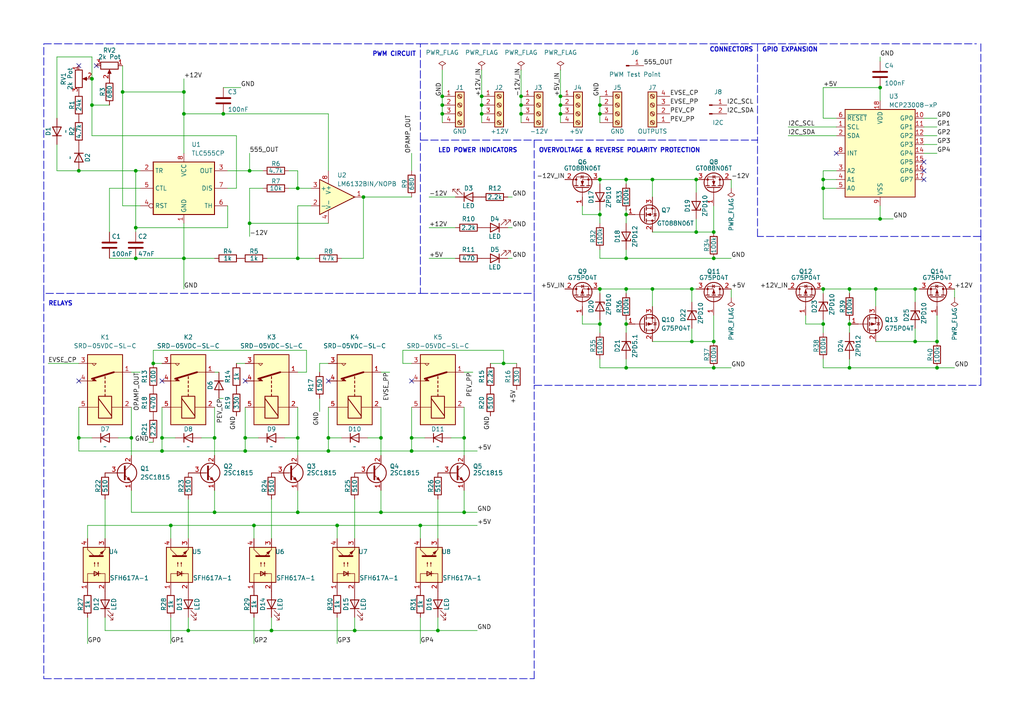
<source format=kicad_sch>
(kicad_sch (version 20230121) (generator eeschema)
  (paper "A4")
  (lib_symbols
    (symbol "Connector:Conn_01x01_Pin" (pin_names (offset 1.016) hide)
      (property "Reference" "J" (at 0 2.54 0))
      (property "Value" "Conn_01x01_Pin" (at 0 -2.54 0))
      (symbol "Conn_01x01_Pin_1_1"
        (pin passive line (at 5.08 0 180) (length 3.81) (name "Pin_1") (number "1"))
      )
    )
    (symbol "Connector:Conn_01x02_Pin" (pin_names (offset 1.016) hide)
      (property "Reference" "J" (at 0 2.54 0))
      (property "Value" "Conn_01x02_Pin" (at 0 -5.08 0))
      (symbol "Conn_01x02_Pin_1_1"
        (pin passive line (at 5.08 0 180) (length 3.81) (name "Pin_1") (number "1"))
        (pin passive line (at 5.08 -2.54 180) (length 3.81) (name "Pin_2") (number "2"))
      )
    )
    (symbol "Connector:Screw_Terminal_01x04" (pin_names (offset 1.016) hide)
      (property "Reference" "J" (at 0 5.08 0))
      (property "Value" "Screw_Terminal_01x04" (at 0 -7.62 0))
      (symbol "Screw_Terminal_01x04_1_1"
        (pin passive line (at -5.08 2.54 0) (length 3.81) (name "Pin_1") (number "1"))
        (pin passive line (at -5.08 0 0) (length 3.81) (name "Pin_2") (number "2"))
        (pin passive line (at -5.08 -2.54 0) (length 3.81) (name "Pin_3") (number "3"))
        (pin passive line (at -5.08 -5.08 0) (length 3.81) (name "Pin_4") (number "4"))
      )
    )
    (symbol "Device:C" (pin_numbers hide) (pin_names (offset 0.254))
      (property "Reference" "C" (at 0.635 2.54 0))
      (property "Value" "C" (at 0.635 -2.54 0))
      (symbol "C_1_1"
        (pin passive line (at 0 3.81 270) (length 2.794) (name "~") (number "1"))
        (pin passive line (at 0 -3.81 90) (length 2.794) (name "~") (number "2"))
      )
    )
    (symbol "Device:D" (pin_numbers hide) (pin_names (offset 1.016) hide)
      (property "Reference" "D" (at 0 2.54 0))
      (property "Value" "D" (at 0 -2.54 0))
      (symbol "D_1_1"
        (pin passive line (at -3.81 0 0) (length 2.54) (name "K") (number "1"))
        (pin passive line (at 3.81 0 180) (length 2.54) (name "A") (number "2"))
      )
    )
    (symbol "Device:D_Zener" (pin_numbers hide) (pin_names (offset 1.016) hide)
      (property "Reference" "D" (at 0 2.54 0))
      (property "Value" "D_Zener" (at 0 -2.54 0))
      (symbol "D_Zener_1_1"
        (pin passive line (at -3.81 0 0) (length 2.54) (name "K") (number "1"))
        (pin passive line (at 3.81 0 180) (length 2.54) (name "A") (number "2"))
      )
    )
    (symbol "Device:LED" (pin_numbers hide) (pin_names (offset 1.016) hide)
      (property "Reference" "D" (at 0 2.54 0))
      (property "Value" "LED" (at 0 -2.54 0))
      (symbol "LED_1_1"
        (pin passive line (at -3.81 0 0) (length 2.54) (name "K") (number "1"))
        (pin passive line (at 3.81 0 180) (length 2.54) (name "A") (number "2"))
      )
    )
    (symbol "Device:Q_NMOS_GDS" (pin_names (offset 0) hide)
      (property "Reference" "Q" (at 5.08 1.27 0))
      (property "Value" "Q_NMOS_GDS" (at 5.08 -1.27 0))
      (symbol "Q_NMOS_GDS_1_1"
        (pin input line (at -5.08 0 0) (length 2.54) (name "G") (number "1"))
        (pin passive line (at 2.54 5.08 270) (length 2.54) (name "D") (number "2"))
        (pin passive line (at 2.54 -5.08 90) (length 2.54) (name "S") (number "3"))
      )
    )
    (symbol "Device:Q_PMOS_GDS" (pin_names (offset 0) hide)
      (property "Reference" "Q" (at 5.08 1.27 0))
      (property "Value" "Q_PMOS_GDS" (at 5.08 -1.27 0))
      (symbol "Q_PMOS_GDS_1_1"
        (pin input line (at -5.08 0 0) (length 2.54) (name "G") (number "1"))
        (pin passive line (at 2.54 5.08 270) (length 2.54) (name "D") (number "2"))
        (pin passive line (at 2.54 -5.08 90) (length 2.54) (name "S") (number "3"))
      )
    )
    (symbol "Device:R" (pin_numbers hide) (pin_names (offset 0))
      (property "Reference" "R" (at 2.032 0 90))
      (property "Value" "R" (at 0 0 90))
      (symbol "R_1_1"
        (pin passive line (at 0 3.81 270) (length 1.27) (name "~") (number "1"))
        (pin passive line (at 0 -3.81 90) (length 1.27) (name "~") (number "2"))
      )
    )
    (symbol "Device:R_Potentiometer" (pin_names (offset 1.016) hide)
      (property "Reference" "RV" (at -4.445 0 90))
      (property "Value" "R_Potentiometer" (at -2.54 0 90))
      (symbol "R_Potentiometer_1_1"
        (pin passive line (at 0 3.81 270) (length 1.27) (name "1") (number "1"))
        (pin passive line (at 3.81 0 180) (length 1.27) (name "2") (number "2"))
        (pin passive line (at 0 -3.81 90) (length 1.27) (name "3") (number "3"))
      )
    )
    (symbol "Interface_Expansion:MCP23008-xP"
      (property "Reference" "U" (at -8.89 13.97 0))
      (property "Value" "MCP23008-xP" (at 8.89 13.97 0))
      (symbol "MCP23008-xP_1_1"
        (pin input line (at -12.7 7.62 0) (length 2.54) (name "SCL") (number "1"))
        (pin bidirectional line (at 12.7 10.16 180) (length 2.54) (name "GP0") (number "10"))
        (pin bidirectional line (at 12.7 7.62 180) (length 2.54) (name "GP1") (number "11"))
        (pin bidirectional line (at 12.7 5.08 180) (length 2.54) (name "GP2") (number "12"))
        (pin bidirectional line (at 12.7 2.54 180) (length 2.54) (name "GP3") (number "13"))
        (pin bidirectional line (at 12.7 0 180) (length 2.54) (name "GP4") (number "14"))
        (pin bidirectional line (at 12.7 -2.54 180) (length 2.54) (name "GP5") (number "15"))
        (pin bidirectional line (at 12.7 -5.08 180) (length 2.54) (name "GP6") (number "16"))
        (pin bidirectional line (at 12.7 -7.62 180) (length 2.54) (name "GP7") (number "17"))
        (pin power_in line (at 0 15.24 270) (length 2.54) (name "VDD") (number "18"))
        (pin bidirectional line (at -12.7 5.08 0) (length 2.54) (name "SDA") (number "2"))
        (pin input line (at -12.7 -5.08 0) (length 2.54) (name "A2") (number "3"))
        (pin input line (at -12.7 -7.62 0) (length 2.54) (name "A1") (number "4"))
        (pin input line (at -12.7 -10.16 0) (length 2.54) (name "A0") (number "5"))
        (pin input line (at -12.7 10.16 0) (length 2.54) (name "~{RESET}") (number "6"))
        (pin no_connect line (at -10.16 -2.54 0) (length 2.54) hide (name "NC") (number "7"))
        (pin output line (at -12.7 0 0) (length 2.54) (name "INT") (number "8"))
        (pin power_in line (at 0 -15.24 90) (length 2.54) (name "VSS") (number "9"))
      )
    )
    (symbol "Isolator:SFH617A-1" (pin_names (offset 1.016))
      (property "Reference" "U" (at -5.08 5.08 0))
      (property "Value" "SFH617A-1" (at 0 5.08 0))
      (symbol "SFH617A-1_1_1"
        (pin passive line (at -7.62 2.54 0) (length 2.54) (name "~") (number "1"))
        (pin passive line (at -7.62 -2.54 0) (length 2.54) (name "~") (number "2"))
        (pin passive line (at 7.62 -2.54 180) (length 2.54) (name "~") (number "3"))
        (pin passive line (at 7.62 2.54 180) (length 2.54) (name "~") (number "4"))
      )
    )
    (symbol "Relay:SANYOU_SRD_Form_C"
      (property "Reference" "K" (at 11.43 3.81 0))
      (property "Value" "SANYOU_SRD_Form_C" (at 11.43 1.27 0))
      (symbol "SANYOU_SRD_Form_C_1_1"
        (pin passive line (at 5.08 -7.62 90) (length 2.54) (name "~") (number "1"))
        (pin passive line (at -5.08 -7.62 90) (length 2.54) (name "~") (number "2"))
        (pin passive line (at 7.62 7.62 270) (length 2.54) (name "~") (number "3"))
        (pin passive line (at 2.54 7.62 270) (length 2.54) (name "~") (number "4"))
        (pin passive line (at -5.08 7.62 270) (length 2.54) (name "~") (number "5"))
      )
    )
    (symbol "Simulation_SPICE:OPAMP" (pin_names (offset 0.254))
      (property "Reference" "U2" (at 12.7 4.1909 0))
      (property "Value" "TLE2142AMJG" (at 12.7 1.6509 0))
      (symbol "OPAMP_1_1"
        (pin output line (at 7.62 0 180) (length 2.54) (name "~") (number "1"))
        (pin input line (at -7.62 -2.54 0) (length 2.54) (name "-") (number "2"))
        (pin input line (at -7.62 2.54 0) (length 2.54) (name "+") (number "3"))
        (pin power_in line (at -2.54 -7.62 90) (length 3.81) (name "V-") (number "4"))
        (pin power_in line (at -2.54 7.62 270) (length 3.81) (name "V+") (number "8"))
      )
    )
    (symbol "Timer:TLC555xP"
      (property "Reference" "U1" (at 2.1941 12.7 0))
      (property "Value" "TLC555xP" (at 2.1941 10.16 0))
      (symbol "TLC555xP_0_0"
        (pin power_in line (at 0 -10.16 90) (length 2.54) (name "GND") (number "1"))
        (pin power_in line (at 0 10.16 270) (length 2.54) (name "VCC") (number "8"))
      )
      (symbol "TLC555xP_1_1"
        (pin input line (at -12.7 5.08 0) (length 3.81) (name "TR") (number "2"))
        (pin output line (at 12.7 5.08 180) (length 3.81) (name "OUT") (number "3"))
        (pin input inverted (at -12.7 -5.08 0) (length 3.81) (name "RST") (number "4"))
        (pin input line (at -12.7 0 0) (length 3.81) (name "CTL") (number "5"))
        (pin input line (at 12.7 -5.08 180) (length 3.81) (name "TH") (number "6"))
        (pin input line (at 12.7 0 180) (length 3.81) (name "DIS") (number "7"))
      )
    )
    (symbol "Transistor_BJT:2SC1815" (pin_names (offset 0) hide)
      (property "Reference" "Q" (at 5.08 1.905 0))
      (property "Value" "2SC1815" (at 5.08 0 0))
      (symbol "2SC1815_1_1"
        (pin passive line (at 2.54 -5.08 90) (length 2.54) (name "E") (number "1"))
        (pin passive line (at 2.54 5.08 270) (length 2.54) (name "C") (number "2"))
        (pin input line (at -5.08 0 0) (length 5.08) (name "B") (number "3"))
      )
    )
    (symbol "power:PWR_FLAG" (power) (pin_numbers hide) (pin_names (offset 0) hide)
      (property "Value" "PWR_FLAG" (at 0 3.81 0))
      (symbol "PWR_FLAG_0_0"
        (pin power_out line (at 0 0 90) (length 0) (name "pwr") (number "1"))
      )
    )
  )
  (junction (at 134.62 127))
  (junction (at 73.66 152.4))
  (junction (at 71.12 130.81))
  (junction (at 46.99 127))
  (junction (at 127 182.88))
  (junction (at 181.61 62.23))
  (junction (at 173.99 33.02))
  (junction (at 181.61 74.93))
  (junction (at 53.34 26.67))
  (junction (at 86.36 54.61))
  (junction (at 139.7 33.02))
  (junction (at 53.34 74.93))
  (junction (at 246.38 106.68))
  (junction (at 201.93 67.31))
  (junction (at 110.49 148.59))
  (junction (at 62.23 127))
  (junction (at 22.86 127))
  (junction (at 39.37 49.53))
  (junction (at 238.76 52.07))
  (junction (at 86.36 127))
  (junction (at 271.78 99.06))
  (junction (at 39.37 74.93))
  (junction (at 173.99 30.48))
  (junction (at 173.99 83.82))
  (junction (at 95.25 127))
  (junction (at 35.56 26.67))
  (junction (at 265.43 99.06))
  (junction (at 173.99 93.98))
  (junction (at 271.78 106.68))
  (junction (at 162.56 30.48))
  (junction (at 119.38 127))
  (junction (at 119.38 130.81))
  (junction (at 95.25 130.81))
  (junction (at 102.87 182.88))
  (junction (at 53.34 33.02))
  (junction (at 38.1 127))
  (junction (at 128.27 33.02))
  (junction (at 62.23 148.59))
  (junction (at 151.13 27.94))
  (junction (at 207.01 106.68))
  (junction (at 201.93 52.07))
  (junction (at 128.27 30.48))
  (junction (at 181.61 83.82))
  (junction (at 39.37 66.04))
  (junction (at 181.61 52.07))
  (junction (at 181.61 106.68))
  (junction (at 105.41 57.15))
  (junction (at 238.76 54.61))
  (junction (at 146.05 105.41))
  (junction (at 173.99 62.23))
  (junction (at 151.13 33.02))
  (junction (at 162.56 33.02))
  (junction (at 139.7 30.48))
  (junction (at 238.76 83.82))
  (junction (at 44.45 105.41))
  (junction (at 246.38 93.98))
  (junction (at 265.43 83.82))
  (junction (at 173.99 52.07))
  (junction (at 86.36 148.59))
  (junction (at 162.56 27.94))
  (junction (at 121.92 152.4))
  (junction (at 200.66 83.82))
  (junction (at 110.49 127))
  (junction (at 246.38 83.82))
  (junction (at 189.23 83.82))
  (junction (at 207.01 67.31))
  (junction (at 49.53 152.4))
  (junction (at 78.74 182.88))
  (junction (at 86.36 74.93))
  (junction (at 64.77 33.02))
  (junction (at 46.99 130.81))
  (junction (at 72.39 49.53))
  (junction (at 255.27 63.5))
  (junction (at 200.66 99.06))
  (junction (at 54.61 182.88))
  (junction (at 26.67 22.86))
  (junction (at 207.01 74.93))
  (junction (at 139.7 27.94))
  (junction (at 207.01 99.06))
  (junction (at 134.62 148.59))
  (junction (at 71.12 127))
  (junction (at 181.61 93.98))
  (junction (at 128.27 27.94))
  (junction (at 151.13 30.48))
  (junction (at 254 83.82))
  (junction (at 26.67 30.48))
  (junction (at 255.27 25.4))
  (junction (at 238.76 93.98))
  (junction (at 22.86 49.53))
  (junction (at 97.79 152.4))
  (junction (at 72.39 64.77))
  (junction (at 189.23 52.07))
  (no_connect (at 22.86 110.49))
  (no_connect (at 267.97 46.99))
  (no_connect (at 27.94 19.05))
  (no_connect (at 22.86 19.05))
  (no_connect (at 119.38 110.49))
  (no_connect (at 267.97 49.53))
  (no_connect (at 46.99 110.49))
  (no_connect (at 267.97 52.07))
  (no_connect (at 71.12 110.49))
  (no_connect (at 95.25 110.49))
  (no_connect (at 242.57 44.45))
  (wire (pts (xy 68.58 39.37) (xy 26.67 39.37)))
  (wire (pts (xy 238.76 25.4) (xy 255.27 25.4)))
  (wire (pts (xy 88.9 107.95) (xy 88.9 101.6)))
  (wire (pts (xy 53.34 64.77) (xy 53.34 74.93)))
  (wire (pts (xy 173.99 53.34) (xy 173.99 52.07)))
  (wire (pts (xy 173.99 33.02) (xy 173.99 30.48)))
  (wire (pts (xy 64.77 25.4) (xy 69.85 25.4)))
  (wire (pts (xy 26.67 16.51) (xy 26.67 22.86)))
  (wire (pts (xy 16.51 49.53) (xy 22.86 49.53)))
  (wire (pts (xy 238.76 63.5) (xy 238.76 54.61)))
  (wire (pts (xy 139.7 27.94) (xy 139.7 30.48)))
  (wire (pts (xy 71.12 130.81) (xy 95.25 130.81)))
  (wire (pts (xy 44.45 105.41) (xy 46.99 105.41)))
  (wire (pts (xy 54.61 182.88) (xy 54.61 179.07)))
  (wire (pts (xy 246.38 106.68) (xy 238.76 106.68)))
  (wire (pts (xy 151.13 33.02) (xy 151.13 35.56)))
  (wire (pts (xy 254 83.82) (xy 246.38 83.82)))
  (wire (pts (xy 246.38 106.68) (xy 246.38 104.14)))
  (wire (pts (xy 49.53 152.4) (xy 49.53 156.21)))
  (wire (pts (xy 102.87 179.07) (xy 102.87 182.88)))
  (wire (pts (xy 121.92 179.07) (xy 121.92 186.69)))
  (polyline (pts (xy 121.92 40.64) (xy 219.71 40.64)) (stroke (width 0.2) (type dash)))
  (wire (pts (xy 246.38 83.82) (xy 238.76 83.82)))
  (wire (pts (xy 147.32 66.04) (xy 148.59 66.04)))
  (wire (pts (xy 39.37 49.53) (xy 39.37 66.04)))
  (polyline (pts (xy 284.48 111.76) (xy 284.48 68.58)) (stroke (width 0.2) (type dash)))
  (wire (pts (xy 134.62 127) (xy 134.62 132.08)))
  (wire (pts (xy 53.34 22.86) (xy 53.34 26.67)))
  (wire (pts (xy 267.97 41.91) (xy 271.78 41.91)))
  (wire (pts (xy 68.58 39.37) (xy 68.58 54.61)))
  (wire (pts (xy 54.61 144.78) (xy 54.61 156.21)))
  (wire (pts (xy 22.86 130.81) (xy 46.99 130.81)))
  (wire (pts (xy 271.78 106.68) (xy 276.86 106.68)))
  (wire (pts (xy 66.04 49.53) (xy 72.39 49.53)))
  (wire (pts (xy 83.82 49.53) (xy 86.36 49.53)))
  (wire (pts (xy 62.23 127) (xy 62.23 132.08)))
  (wire (pts (xy 189.23 88.9) (xy 189.23 83.82)))
  (wire (pts (xy 46.99 118.11) (xy 46.99 127)))
  (wire (pts (xy 168.91 62.23) (xy 168.91 59.69)))
  (wire (pts (xy 72.39 54.61) (xy 72.39 64.77)))
  (wire (pts (xy 95.25 127) (xy 99.06 127)))
  (wire (pts (xy 86.36 74.93) (xy 91.44 74.93)))
  (wire (pts (xy 207.01 74.93) (xy 181.61 74.93)))
  (wire (pts (xy 139.7 30.48) (xy 139.7 33.02)))
  (wire (pts (xy 242.57 49.53) (xy 238.76 49.53)))
  (wire (pts (xy 53.34 33.02) (xy 64.77 33.02)))
  (wire (pts (xy 121.92 152.4) (xy 97.79 152.4)))
  (wire (pts (xy 132.08 57.15) (xy 124.46 57.15)))
  (wire (pts (xy 95.25 105.41) (xy 92.71 105.41)))
  (wire (pts (xy 173.99 74.93) (xy 173.99 72.39)))
  (wire (pts (xy 168.91 93.98) (xy 168.91 91.44)))
  (wire (pts (xy 162.56 30.48) (xy 162.56 33.02)))
  (wire (pts (xy 201.93 63.5) (xy 201.93 67.31)))
  (wire (pts (xy 39.37 49.53) (xy 40.64 49.53)))
  (wire (pts (xy 134.62 107.95) (xy 137.16 107.95)))
  (wire (pts (xy 127 182.88) (xy 138.43 182.88)))
  (wire (pts (xy 200.66 99.06) (xy 207.01 99.06)))
  (wire (pts (xy 267.97 36.83) (xy 271.78 36.83)))
  (wire (pts (xy 146.05 101.6) (xy 146.05 105.41)))
  (polyline (pts (xy 219.71 68.58) (xy 219.71 40.64)) (stroke (width 0.2) (type dash)))
  (wire (pts (xy 86.36 74.93) (xy 86.36 59.69)))
  (wire (pts (xy 40.64 107.95) (xy 38.1 107.95)))
  (wire (pts (xy 97.79 179.07) (xy 97.79 186.69)))
  (wire (pts (xy 173.99 62.23) (xy 173.99 60.96)))
  (wire (pts (xy 16.51 34.29) (xy 16.51 16.51)))
  (polyline (pts (xy 12.7 196.85) (xy 154.94 196.85)) (stroke (width 0.2) (type dash)))
  (wire (pts (xy 189.23 83.82) (xy 181.61 83.82)))
  (wire (pts (xy 35.56 59.69) (xy 35.56 26.67)))
  (polyline (pts (xy 284.48 12.7) (xy 284.48 68.58)) (stroke (width 0.2) (type dash)))
  (wire (pts (xy 181.61 92.71) (xy 181.61 93.98)))
  (wire (pts (xy 200.66 87.63) (xy 200.66 83.82)))
  (wire (pts (xy 119.38 127) (xy 123.19 127)))
  (wire (pts (xy 102.87 144.78) (xy 102.87 156.21)))
  (wire (pts (xy 22.86 49.53) (xy 39.37 49.53)))
  (wire (pts (xy 151.13 20.32) (xy 151.13 27.94)))
  (wire (pts (xy 39.37 66.04) (xy 39.37 67.31)))
  (wire (pts (xy 228.6 36.83) (xy 242.57 36.83)))
  (wire (pts (xy 25.4 179.07) (xy 25.4 186.69)))
  (wire (pts (xy 265.43 99.06) (xy 254 99.06)))
  (wire (pts (xy 207.01 74.93) (xy 212.09 74.93)))
  (wire (pts (xy 16.51 16.51) (xy 26.67 16.51)))
  (wire (pts (xy 181.61 52.07) (xy 173.99 52.07)))
  (wire (pts (xy 181.61 53.34) (xy 181.61 52.07)))
  (wire (pts (xy 128.27 35.56) (xy 128.27 33.02)))
  (wire (pts (xy 181.61 74.93) (xy 181.61 72.39)))
  (wire (pts (xy 119.38 127) (xy 119.38 130.81)))
  (wire (pts (xy 134.62 148.59) (xy 110.49 148.59)))
  (wire (pts (xy 110.49 127) (xy 106.68 127)))
  (wire (pts (xy 25.4 156.21) (xy 25.4 152.4)))
  (wire (pts (xy 189.23 52.07) (xy 181.61 52.07)))
  (wire (pts (xy 62.23 107.95) (xy 63.5 107.95)))
  (wire (pts (xy 78.74 182.88) (xy 54.61 182.88)))
  (wire (pts (xy 38.1 142.24) (xy 38.1 148.59)))
  (wire (pts (xy 146.05 105.41) (xy 149.86 105.41)))
  (wire (pts (xy 40.64 54.61) (xy 31.75 54.61)))
  (wire (pts (xy 147.32 74.93) (xy 148.59 74.93)))
  (wire (pts (xy 207.01 106.68) (xy 181.61 106.68)))
  (wire (pts (xy 49.53 179.07) (xy 49.53 186.69)))
  (wire (pts (xy 88.9 101.6) (xy 44.45 101.6)))
  (polyline (pts (xy 12.7 85.09) (xy 12.7 196.85)) (stroke (width 0.2) (type dash)))
  (wire (pts (xy 255.27 25.4) (xy 255.27 29.21)))
  (wire (pts (xy 38.1 118.11) (xy 38.1 127)))
  (wire (pts (xy 200.66 83.82) (xy 201.93 83.82)))
  (wire (pts (xy 110.49 148.59) (xy 86.36 148.59)))
  (wire (pts (xy 40.64 59.69) (xy 35.56 59.69)))
  (wire (pts (xy 72.39 49.53) (xy 76.2 49.53)))
  (wire (pts (xy 105.41 74.93) (xy 99.06 74.93)))
  (wire (pts (xy 181.61 106.68) (xy 173.99 106.68)))
  (wire (pts (xy 181.61 106.68) (xy 181.61 104.14)))
  (wire (pts (xy 53.34 83.82) (xy 53.34 74.93)))
  (wire (pts (xy 207.01 91.44) (xy 207.01 99.06)))
  (wire (pts (xy 31.75 54.61) (xy 31.75 67.31)))
  (polyline (pts (xy 284.48 68.58) (xy 219.71 68.58)) (stroke (width 0.2) (type dash)))
  (wire (pts (xy 212.09 54.61) (xy 212.09 52.07)))
  (polyline (pts (xy 121.92 12.7) (xy 219.71 12.7)) (stroke (width 0.2) (type dash)))
  (wire (pts (xy 46.99 127) (xy 46.99 130.81)))
  (wire (pts (xy 233.68 93.98) (xy 238.76 93.98)))
  (wire (pts (xy 116.84 105.41) (xy 119.38 105.41)))
  (wire (pts (xy 265.43 95.25) (xy 265.43 99.06)))
  (wire (pts (xy 238.76 93.98) (xy 238.76 92.71)))
  (wire (pts (xy 13.97 105.41) (xy 22.86 105.41)))
  (polyline (pts (xy 121.92 85.09) (xy 154.94 85.09)) (stroke (width 0.2) (type dash)))
  (wire (pts (xy 71.12 127) (xy 71.12 130.81)))
  (wire (pts (xy 26.67 22.86) (xy 26.67 30.48)))
  (wire (pts (xy 22.86 118.11) (xy 22.86 127)))
  (wire (pts (xy 62.23 118.11) (xy 62.23 127)))
  (wire (pts (xy 110.49 107.95) (xy 113.03 107.95)))
  (wire (pts (xy 201.93 67.31) (xy 189.23 67.31)))
  (wire (pts (xy 134.62 127) (xy 134.62 118.11)))
  (wire (pts (xy 73.66 156.21) (xy 73.66 152.4)))
  (wire (pts (xy 92.71 105.41) (xy 92.71 107.95)))
  (wire (pts (xy 139.7 33.02) (xy 139.7 35.56)))
  (wire (pts (xy 95.25 127) (xy 95.25 130.81)))
  (wire (pts (xy 142.24 105.41) (xy 146.05 105.41)))
  (wire (pts (xy 86.36 127) (xy 86.36 132.08)))
  (wire (pts (xy 86.36 127) (xy 82.55 127)))
  (wire (pts (xy 97.79 152.4) (xy 73.66 152.4)))
  (wire (pts (xy 276.86 86.36) (xy 276.86 83.82)))
  (wire (pts (xy 162.56 27.94) (xy 162.56 30.48)))
  (wire (pts (xy 238.76 49.53) (xy 238.76 52.07)))
  (wire (pts (xy 151.13 30.48) (xy 151.13 33.02)))
  (wire (pts (xy 30.48 179.07) (xy 30.48 182.88)))
  (wire (pts (xy 68.58 105.41) (xy 71.12 105.41)))
  (wire (pts (xy 173.99 93.98) (xy 173.99 92.71)))
  (wire (pts (xy 130.81 127) (xy 134.62 127)))
  (wire (pts (xy 119.38 118.11) (xy 119.38 127)))
  (wire (pts (xy 181.61 74.93) (xy 173.99 74.93)))
  (wire (pts (xy 72.39 64.77) (xy 95.25 64.77)))
  (wire (pts (xy 173.99 106.68) (xy 173.99 104.14)))
  (wire (pts (xy 119.38 130.81) (xy 138.43 130.81)))
  (wire (pts (xy 168.91 62.23) (xy 173.99 62.23)))
  (wire (pts (xy 238.76 85.09) (xy 238.76 83.82)))
  (wire (pts (xy 233.68 93.98) (xy 233.68 91.44)))
  (wire (pts (xy 71.12 127) (xy 74.93 127)))
  (polyline (pts (xy 219.71 12.7) (xy 219.71 40.64)) (stroke (width 0.2) (type dash)))
  (wire (pts (xy 72.39 64.77) (xy 72.39 68.58)))
  (wire (pts (xy 124.46 66.04) (xy 132.08 66.04)))
  (wire (pts (xy 168.91 93.98) (xy 173.99 93.98)))
  (wire (pts (xy 72.39 54.61) (xy 76.2 54.61)))
  (wire (pts (xy 53.34 33.02) (xy 53.34 44.45)))
  (wire (pts (xy 62.23 127) (xy 58.42 127)))
  (wire (pts (xy 71.12 118.11) (xy 71.12 127)))
  (wire (pts (xy 116.84 105.41) (xy 116.84 101.6)))
  (wire (pts (xy 134.62 148.59) (xy 138.43 148.59)))
  (wire (pts (xy 267.97 39.37) (xy 271.78 39.37)))
  (wire (pts (xy 265.43 87.63) (xy 265.43 83.82)))
  (wire (pts (xy 265.43 83.82) (xy 254 83.82)))
  (wire (pts (xy 267.97 34.29) (xy 271.78 34.29)))
  (wire (pts (xy 255.27 17.78) (xy 255.27 16.51)))
  (wire (pts (xy 265.43 99.06) (xy 271.78 99.06)))
  (wire (pts (xy 238.76 52.07) (xy 242.57 52.07)))
  (wire (pts (xy 265.43 83.82) (xy 266.7 83.82)))
  (wire (pts (xy 246.38 93.98) (xy 246.38 96.52)))
  (wire (pts (xy 254 88.9) (xy 254 83.82)))
  (wire (pts (xy 35.56 26.67) (xy 53.34 26.67)))
  (wire (pts (xy 173.99 35.56) (xy 173.99 33.02)))
  (wire (pts (xy 26.67 39.37) (xy 26.67 30.48)))
  (wire (pts (xy 119.38 44.45) (xy 119.38 49.53)))
  (wire (pts (xy 128.27 20.32) (xy 128.27 27.94)))
  (wire (pts (xy 95.25 118.11) (xy 95.25 127)))
  (wire (pts (xy 201.93 55.88) (xy 201.93 52.07)))
  (wire (pts (xy 68.58 54.61) (xy 66.04 54.61)))
  (wire (pts (xy 238.76 96.52) (xy 238.76 93.98)))
  (wire (pts (xy 212.09 86.36) (xy 212.09 83.82)))
  (wire (pts (xy 22.86 127) (xy 22.86 130.81)))
  (wire (pts (xy 173.99 96.52) (xy 173.99 93.98)))
  (wire (pts (xy 127 179.07) (xy 127 182.88)))
  (wire (pts (xy 173.99 30.48) (xy 173.99 27.94)))
  (wire (pts (xy 43.18 128.27) (xy 44.45 128.27)))
  (wire (pts (xy 97.79 156.21) (xy 97.79 152.4)))
  (wire (pts (xy 38.1 148.59) (xy 62.23 148.59)))
  (wire (pts (xy 181.61 60.96) (xy 181.61 62.23)))
  (wire (pts (xy 26.67 30.48) (xy 31.75 30.48)))
  (wire (pts (xy 53.34 74.93) (xy 62.23 74.93)))
  (wire (pts (xy 255.27 59.69) (xy 255.27 63.5)))
  (wire (pts (xy 116.84 101.6) (xy 146.05 101.6)))
  (wire (pts (xy 105.41 57.15) (xy 119.38 57.15)))
  (polyline (pts (xy 219.71 12.7) (xy 283.21 12.7)) (stroke (width 0.2) (type dash)))
  (wire (pts (xy 31.75 74.93) (xy 39.37 74.93)))
  (wire (pts (xy 134.62 142.24) (xy 134.62 148.59)))
  (wire (pts (xy 242.57 34.29) (xy 238.76 34.29)))
  (wire (pts (xy 207.01 59.69) (xy 207.01 67.31)))
  (wire (pts (xy 181.61 83.82) (xy 173.99 83.82)))
  (wire (pts (xy 92.71 115.57) (xy 92.71 119.38)))
  (wire (pts (xy 83.82 54.61) (xy 86.36 54.61)))
  (wire (pts (xy 16.51 41.91) (xy 16.51 49.53)))
  (wire (pts (xy 73.66 152.4) (xy 49.53 152.4)))
  (wire (pts (xy 95.25 130.81) (xy 119.38 130.81)))
  (wire (pts (xy 30.48 144.78) (xy 30.48 156.21)))
  (wire (pts (xy 44.45 101.6) (xy 44.45 105.41)))
  (wire (pts (xy 25.4 152.4) (xy 49.53 152.4)))
  (polyline (pts (xy 154.94 196.85) (xy 154.94 111.76)) (stroke (width 0.2) (type dash)))
  (wire (pts (xy 201.93 67.31) (xy 207.01 67.31)))
  (wire (pts (xy 46.99 130.81) (xy 71.12 130.81)))
  (wire (pts (xy 63.5 115.57) (xy 64.77 115.57)))
  (wire (pts (xy 72.39 44.45) (xy 72.39 49.53)))
  (wire (pts (xy 121.92 152.4) (xy 138.43 152.4)))
  (wire (pts (xy 127 144.78) (xy 127 156.21)))
  (polyline (pts (xy 154.94 40.64) (xy 154.94 85.09)) (stroke (width 0.2) (type dash)))
  (wire (pts (xy 181.61 62.23) (xy 181.61 64.77)))
  (wire (pts (xy 34.29 127) (xy 38.1 127)))
  (wire (pts (xy 200.66 99.06) (xy 189.23 99.06)))
  (wire (pts (xy 147.32 57.15) (xy 148.59 57.15)))
  (wire (pts (xy 62.23 142.24) (xy 62.23 148.59)))
  (wire (pts (xy 86.36 59.69) (xy 90.17 59.69)))
  (wire (pts (xy 46.99 127) (xy 50.8 127)))
  (wire (pts (xy 78.74 144.78) (xy 78.74 156.21)))
  (wire (pts (xy 128.27 30.48) (xy 128.27 27.94)))
  (wire (pts (xy 64.77 33.02) (xy 95.25 33.02)))
  (wire (pts (xy 39.37 66.04) (xy 66.04 66.04)))
  (wire (pts (xy 35.56 19.05) (xy 35.56 26.67)))
  (wire (pts (xy 105.41 57.15) (xy 105.41 74.93)))
  (wire (pts (xy 86.36 54.61) (xy 90.17 54.61)))
  (wire (pts (xy 39.37 74.93) (xy 53.34 74.93)))
  (wire (pts (xy 271.78 91.44) (xy 271.78 99.06)))
  (wire (pts (xy 88.9 107.95) (xy 86.36 107.95)))
  (wire (pts (xy 53.34 26.67) (xy 53.34 33.02)))
  (wire (pts (xy 86.36 148.59) (xy 62.23 148.59)))
  (wire (pts (xy 200.66 95.25) (xy 200.66 99.06)))
  (wire (pts (xy 181.61 93.98) (xy 181.61 96.52)))
  (wire (pts (xy 86.36 49.53) (xy 86.36 54.61)))
  (wire (pts (xy 110.49 127) (xy 110.49 132.08)))
  (wire (pts (xy 77.47 74.93) (xy 86.36 74.93)))
  (wire (pts (xy 110.49 142.24) (xy 110.49 148.59)))
  (wire (pts (xy 242.57 54.61) (xy 238.76 54.61)))
  (wire (pts (xy 189.23 57.15) (xy 189.23 52.07)))
  (wire (pts (xy 86.36 118.11) (xy 86.36 127)))
  (wire (pts (xy 173.99 64.77) (xy 173.99 62.23)))
  (wire (pts (xy 271.78 106.68) (xy 246.38 106.68)))
  (wire (pts (xy 151.13 27.94) (xy 151.13 30.48)))
  (wire (pts (xy 267.97 44.45) (xy 271.78 44.45)))
  (wire (pts (xy 238.76 106.68) (xy 238.76 104.14)))
  (wire (pts (xy 86.36 142.24) (xy 86.36 148.59)))
  (wire (pts (xy 200.66 83.82) (xy 189.23 83.82)))
  (wire (pts (xy 181.61 85.09) (xy 181.61 83.82)))
  (wire (pts (xy 78.74 179.07) (xy 78.74 182.88)))
  (polyline (pts (xy 154.94 111.76) (xy 284.48 111.76)) (stroke (width 0.2) (type dash)))
  (wire (pts (xy 162.56 33.02) (xy 162.56 35.56)))
  (wire (pts (xy 22.86 127) (xy 26.67 127)))
  (wire (pts (xy 38.1 127) (xy 38.1 132.08)))
  (wire (pts (xy 255.27 63.5) (xy 238.76 63.5)))
  (wire (pts (xy 173.99 85.09) (xy 173.99 83.82)))
  (wire (pts (xy 102.87 182.88) (xy 78.74 182.88)))
  (wire (pts (xy 127 182.88) (xy 102.87 182.88)))
  (wire (pts (xy 110.49 118.11) (xy 110.49 127)))
  (wire (pts (xy 121.92 156.21) (xy 121.92 152.4)))
  (wire (pts (xy 255.27 63.5) (xy 259.08 63.5)))
  (wire (pts (xy 30.48 182.88) (xy 54.61 182.88)))
  (wire (pts (xy 207.01 106.68) (xy 212.09 106.68)))
  (wire (pts (xy 246.38 85.09) (xy 246.38 83.82)))
  (wire (pts (xy 201.93 52.07) (xy 189.23 52.07)))
  (wire (pts (xy 73.66 179.07) (xy 73.66 186.69)))
  (wire (pts (xy 124.46 74.93) (xy 132.08 74.93)))
  (wire (pts (xy 139.7 20.32) (xy 139.7 27.94)))
  (wire (pts (xy 228.6 39.37) (xy 242.57 39.37)))
  (wire (pts (xy 238.76 54.61) (xy 238.76 52.07)))
  (wire (pts (xy 238.76 34.29) (xy 238.76 25.4)))
  (wire (pts (xy 246.38 92.71) (xy 246.38 93.98)))
  (wire (pts (xy 66.04 59.69) (xy 66.04 66.04)))
  (wire (pts (xy 95.25 49.53) (xy 95.25 33.02)))
  (polyline (pts (xy 154.94 85.09) (xy 154.94 111.76)) (stroke (width 0.2) (type dash)))
  (wire (pts (xy 162.56 20.32) (xy 162.56 27.94)))
  (wire (pts (xy 128.27 33.02) (xy 128.27 30.48)))
  (rectangle (start 12.7 12.7) (end 121.92 85.09) (stroke (width 0.2) (type dash)))
  (text "OVERVOLTAGE & REVERSE POLARITY PROTECTION" (at 156.21 44.45 0) (effects (font (size 1.27 1.27) (thickness 0.254) bold) (justify left bottom)))
  (text "CONNECTORS" (at 205.74 15.24 0) (effects (font (size 1.27 1.27) (thickness 0.254) bold) (justify left bottom)))
  (text "LED POWER INDICATORS" (at 127 44.45 0) (effects (font (size 1.27 1.27) (thickness 0.254) bold) (justify left bottom)))
  (text "GPIO EXPANSION" (at 220.98 15.24 0) (effects (font (size 1.27 1.27) (thickness 0.254) bold) (justify left bottom)))
  (text "RELAYS" (at 13.97 88.9 0) (effects (font (size 1.27 1.27) (thickness 0.254) bold) (justify left bottom)))
  (text "PWM CIRCUIT\n" (at 107.95 16.51 0) (effects (font (size 1.27 1.27) (thickness 0.254) bold) (justify left bottom)))
  (label "GND" (at 142.24 120.65 270))
  (label "EVSE_PP" (at 194.31 30.48 0))
  (label "GND" (at 148.59 57.15 0))
  (label "+12V_IN" (at 139.7 27.94 90))
  (label "+5V" (at 138.43 130.81 0))
  (label "PEV_CP" (at 64.77 115.57 270))
  (label "GND" (at 69.85 25.4 0))
  (label "+5V" (at 212.09 83.82 0))
  (label "I2C_SDA" (at 228.6 39.37 0))
  (label "PEV_PP" (at 194.31 35.56 0))
  (label "GP4" (at 121.92 186.69 0))
  (label "GND" (at 68.58 120.65 270))
  (label "+5V" (at 124.46 74.93 0))
  (label "EVSE_PP" (at 113.03 107.95 270))
  (label "GP3" (at 271.78 41.91 0))
  (label "+12V" (at 276.86 83.82 0))
  (label "-12V_IN" (at 151.13 27.94 90))
  (label "GND" (at 148.59 66.04 0))
  (label "GP1" (at 271.78 36.83 0))
  (label "GP4" (at 271.78 44.45 0))
  (label "EVSE_CP" (at 194.31 27.94 0))
  (label "GND" (at 276.86 106.68 0))
  (label "GP0" (at 271.78 34.29 0))
  (label "OPAMP_OUT" (at 40.64 107.95 270))
  (label "PEV_PP" (at 137.16 107.95 270))
  (label "GND" (at 148.59 74.93 0))
  (label "+5V" (at 149.86 113.03 270))
  (label "+5V_IN" (at 163.83 83.82 180))
  (label "GP2" (at 73.66 186.69 0))
  (label "GND" (at 138.43 182.88 0))
  (label "GP1" (at 49.53 186.69 0))
  (label "GND" (at 212.09 106.68 0))
  (label "+12V" (at 124.46 66.04 0))
  (label "-12V" (at 124.46 57.15 0))
  (label "GND" (at 212.09 74.93 0))
  (label "I2C_SCL" (at 228.6 36.83 0))
  (label "555_OUT" (at 186.69 19.05 0))
  (label "GP2" (at 271.78 39.37 0))
  (label "+5V_IN" (at 162.56 27.94 90))
  (label "I2C_SDA" (at 210.82 33.02 0))
  (label "GND" (at 259.08 63.5 0))
  (label "PEV_CP" (at 194.31 33.02 0))
  (label "GND" (at 92.71 119.38 270))
  (label "GND" (at 138.43 148.59 0))
  (label "555_OUT" (at 72.39 44.45 0))
  (label "GND" (at 53.34 83.82 0))
  (label "-12V" (at 212.09 52.07 0))
  (label "GND" (at 255.27 16.51 0))
  (label "GND" (at 128.27 27.94 90))
  (label "OPAMP_OUT" (at 119.38 44.45 90))
  (label "-12V_IN" (at 163.83 52.07 180))
  (label "+5V" (at 238.76 25.4 0))
  (label "GND" (at 43.18 128.27 180))
  (label "EVSE_CP" (at 13.97 105.41 0))
  (label "+12V_IN" (at 228.6 83.82 180))
  (label "+5V" (at 138.43 152.4 0))
  (label "GP3" (at 97.79 186.69 0))
  (label "-12V" (at 72.39 68.58 0))
  (label "+12V" (at 53.34 22.86 0))
  (label "GND" (at 173.99 27.94 90))
  (label "GP0" (at 25.4 186.69 0))
  (label "I2C_SCL" (at 210.82 30.48 0))
  (symbol (lib_id "Device:R") (at 31.75 26.67 0) (unit 1)
    (property "Reference" "R3" (at 30.48 26.67 90) (effects (justify bottom)))
    (property "Value" "680" (at 31.75 26.67 90))
    (property "Footprint" "Resistor_THT:R_Axial_DIN0207_L6.3mm_D2.5mm_P7.62mm_Horizontal" (effects hide))
  )
  (symbol (lib_id "Device:D_Zener") (at 200.66 91.44 270) (unit 1)
    (property "Reference" "D22" (at 198.12 91.44 0))
    (property "Value" "ZPD10" (at 203.2 87.63 0) (effects (justify left)))
    (property "Footprint" "Diode_THT:D_DO-35_SOD27_P7.62mm_Horizontal" (effects hide))
  )
  (symbol (lib_id "Device:R") (at 119.38 53.34 180) (unit 1)
    (property "Reference" "R9" (at 117.348 53.34 90))
    (property "Value" "680" (at 119.38 53.34 90))
    (property "Footprint" "Resistor_THT:R_Axial_DIN0207_L6.3mm_D2.5mm_P7.62mm_Horizontal" (effects hide))
  )
  (symbol (lib_id "Device:R") (at 97.79 175.26 180) (unit 1)
    (property "Reference" "R30" (at 95.758 175.26 90))
    (property "Value" "1k" (at 97.79 175.26 90))
    (property "Footprint" "Resistor_THT:R_Axial_DIN0207_L6.3mm_D2.5mm_P7.62mm_Horizontal" (effects hide))
  )
  (symbol (lib_id "Device:R") (at 22.86 38.1 0) (unit 1)
    (property "Reference" "R2" (at 21.59 38.1 90) (effects (justify bottom)))
    (property "Value" "4.7k" (at 22.86 38.1 90))
    (property "Footprint" "Resistor_THT:R_Axial_DIN0207_L6.3mm_D2.5mm_P7.62mm_Horizontal" (effects hide))
  )
  (symbol (lib_id "Device:R") (at 95.25 74.93 90) (unit 1)
    (property "Reference" "R8" (at 95.25 72.898 90))
    (property "Value" "47k" (at 95.25 74.93 90))
    (property "Footprint" "Resistor_THT:R_Axial_DIN0207_L6.3mm_D2.5mm_P7.62mm_Horizontal" (effects hide))
  )
  (symbol (lib_id "Device:R") (at 127 140.97 180) (unit 1)
    (property "Reference" "R26" (at 124.968 140.97 90))
    (property "Value" "510" (at 127 140.97 90))
    (property "Footprint" "Resistor_THT:R_Axial_DIN0207_L6.3mm_D2.5mm_P7.62mm_Horizontal" (effects hide))
  )
  (symbol (lib_id "Device:R") (at 80.01 49.53 90) (unit 1)
    (property "Reference" "R6" (at 80.01 47.498 90))
    (property "Value" "4.7k" (at 80.01 49.53 90))
    (property "Footprint" "Resistor_THT:R_Axial_DIN0207_L6.3mm_D2.5mm_P7.62mm_Horizontal" (effects hide))
  )
  (symbol (lib_id "Isolator:SFH617A-1") (at 52.07 163.83 90) (unit 1)
    (property "Reference" "U5" (at 58.42 160.02 90) (effects (justify left)))
    (property "Value" "SFH617A-1" (at 67.31 167.64 90) (effects (justify left)))
    (property "Footprint" "Package_DIP:DIP-4_W7.62mm" (effects hide))
    (property "Datasheet" "http://www.vishay.com/docs/83740/sfh617a.pdf" (effects hide))
  )
  (symbol (lib_id "Device:LED") (at 143.51 74.93 180) (unit 1)
    (property "Reference" "D5" (at 143.51 72.39 0))
    (property "Value" "LED" (at 143.51 77.47 0))
    (property "Footprint" "LED_THT:LED_D1.8mm_W3.3mm_H2.4mm" (effects hide))
  )
  (symbol (lib_id "Device:R") (at 246.38 88.9 0) (unit 1)
    (property "Reference" "R39" (at 245.11 88.9 90) (effects (justify bottom)))
    (property "Value" "100k" (at 246.38 88.9 90))
    (property "Footprint" "Resistor_THT:R_Axial_DIN0207_L6.3mm_D2.5mm_P7.62mm_Horizontal" (effects hide))
  )
  (symbol (lib_id "Device:LED") (at 135.89 57.15 0) (mirror x) (unit 1)
    (property "Reference" "D3" (at 135.89 54.61 0))
    (property "Value" "LED" (at 135.89 59.69 0))
    (property "Footprint" "LED_THT:LED_D1.8mm_W3.3mm_H2.4mm" (effects hide))
  )
  (symbol (lib_id "Interface_Expansion:MCP23008-xP") (at 255.27 44.45 0) (unit 1)
    (property "Reference" "U3" (at 257.81 27.94 0) (effects (justify left)))
    (property "Value" "MCP23008-xP" (at 257.81 30.48 0) (effects (justify left)))
    (property "Footprint" "Package_DIP:DIP-18_W7.62mm" (effects hide))
    (property "Datasheet" "http://ww1.microchip.com/downloads/en/DeviceDoc/MCP23008-MCP23S08-Data-Sheet-20001919F.pdf" (effects hide))
  )
  (symbol (lib_id "Device:C") (at 39.37 71.12 0) (unit 1)
    (property "Reference" "C2" (at 40.005 68.58 0) (effects (justify left)))
    (property "Value" "47nF" (at 40.005 73.66 0) (effects (justify left)))
    (property "Footprint" "Capacitor_THT:C_Disc_D7.5mm_W5.0mm_P5.00mm" (effects hide))
  )
  (symbol (lib_id "Device:C") (at 64.77 29.21 0) (unit 1)
    (property "Reference" "C3" (at 66.04 26.67 0) (effects (justify left)))
    (property "Value" "100nF" (at 66.04 31.75 0) (effects (justify left)))
    (property "Footprint" "Capacitor_THT:C_Disc_D7.5mm_W5.0mm_P5.00mm" (effects hide))
  )
  (symbol (lib_id "Device:LED") (at 54.61 175.26 90) (unit 1)
    (property "Reference" "D13" (at 52.07 175.26 0))
    (property "Value" "LED" (at 57.15 175.26 0))
    (property "Footprint" "LED_THT:LED_D1.8mm_W3.3mm_H2.4mm" (effects hide))
  )
  (symbol (lib_id "Device:R") (at 271.78 102.87 0) (unit 1)
    (property "Reference" "R40" (at 270.51 102.87 90) (effects (justify bottom)))
    (property "Value" "100k" (at 271.78 102.87 90))
    (property "Footprint" "Resistor_THT:R_Axial_DIN0207_L6.3mm_D2.5mm_P7.62mm_Horizontal" (effects hide))
  )
  (symbol (lib_id "Device:R") (at 44.45 116.84 0) (unit 1)
    (property "Reference" "R18" (at 41.91 116.84 90))
    (property "Value" "470" (at 44.45 116.84 90))
    (property "Footprint" "Resistor_THT:R_Axial_DIN0207_L6.3mm_D2.5mm_P7.62mm_Horizontal" (effects hide))
  )
  (symbol (lib_id "Device:D_Zener") (at 181.61 68.58 270) (mirror x) (unit 1)
    (property "Reference" "D18" (at 179.07 68.58 0))
    (property "Value" "ZPD12" (at 184.15 68.58 0))
    (property "Footprint" "Diode_THT:D_DO-35_SOD27_P7.62mm_Horizontal" (effects hide))
  )
  (symbol (lib_id "Device:LED") (at 127 175.26 90) (unit 1)
    (property "Reference" "D16" (at 124.46 175.26 0))
    (property "Value" "LED" (at 129.54 175.26 0))
    (property "Footprint" "LED_THT:LED_D1.8mm_W3.3mm_H2.4mm" (effects hide))
  )
  (symbol (lib_id "Connector:Screw_Terminal_01x04") (at 156.21 30.48 0) (unit 1)
    (property "Reference" "J3" (at 154.94 25.4 0) (effects (justify left)))
    (property "Value" "-12V" (at 153.67 38.1 0) (effects (justify left)))
    (property "Footprint" "TerminalBlock_Phoenix:TerminalBlock_Phoenix_MKDS-1,5-4_1x04_P5.00mm_Horizontal" (effects hide))
  )
  (symbol (lib_id "Relay:SANYOU_SRD_Form_C") (at 127 113.03 90) (unit 1)
    (property "Reference" "K5" (at 127 97.79 90))
    (property "Value" "SRD-05VDC-SL-C" (at 127 100.33 90))
    (property "Footprint" "Relay_THT:Relay_SPDT_SANYOU_SRD_Series_Form_C" (effects hide))
    (property "Datasheet" "http://www.sanyourelay.ca/public/products/pdf/SRD.pdf" (effects hide))
  )
  (symbol (lib_id "Device:Q_NMOS_GDS") (at 186.69 62.23 0) (mirror x) (unit 1)
    (property "Reference" "Q7" (at 191.77 60.96 0) (effects (justify left)))
    (property "Value" "GT088N06T" (at 190.5 64.77 0) (effects (justify left)))
    (property "Footprint" "Package_TO_SOT_THT:TO-220-3_Vertical" (effects hide))
  )
  (symbol (lib_id "Device:Q_NMOS_GDS") (at 168.91 54.61 90) (unit 1)
    (property "Reference" "Q6" (at 168.91 46.99 90))
    (property "Value" "GT088N06T" (at 168.91 49.53 90) (effects (justify top)))
    (property "Footprint" "Package_TO_SOT_THT:TO-220-3_Vertical" (effects hide))
  )
  (symbol (lib_id "Connector:Screw_Terminal_01x04") (at 167.64 30.48 0) (unit 1)
    (property "Reference" "J4" (at 166.37 25.4 0) (effects (justify left)))
    (property "Value" "+5V" (at 165.1 38.1 0) (effects (justify left)))
    (property "Footprint" "TerminalBlock_Phoenix:TerminalBlock_Phoenix_MKDS-1,5-4_1x04_P5.00mm_Horizontal" (effects hide))
  )
  (symbol (lib_id "Relay:SANYOU_SRD_Form_C") (at 78.74 113.03 90) (unit 1)
    (property "Reference" "K3" (at 78.74 97.79 90))
    (property "Value" "SRD-05VDC-SL-C" (at 78.74 100.33 90))
    (property "Footprint" "Relay_THT:Relay_SPDT_SANYOU_SRD_Series_Form_C" (effects hide))
    (property "Datasheet" "http://www.sanyourelay.ca/public/products/pdf/SRD.pdf" (effects hide))
  )
  (symbol (lib_id "Device:R_Potentiometer") (at 22.86 22.86 0) (unit 1)
    (property "Reference" "RV1" (at 18.415 22.86 90))
    (property "Value" "2k Pot" (at 20.32 22.86 90))
    (property "Footprint" "Potentiometer_THT:Potentiometer_Bourns_3386F_Vertical" (effects hide))
  )
  (symbol (lib_id "Device:R") (at 44.45 109.22 0) (unit 1)
    (property "Reference" "R13" (at 41.91 109.22 90))
    (property "Value" "100" (at 44.45 109.22 90))
    (property "Footprint" "Resistor_THT:R_Axial_DIN0207_L6.3mm_D2.5mm_P7.62mm_Horizontal" (effects hide))
  )
  (symbol (lib_id "Device:R") (at 181.61 57.15 0) (unit 1)
    (property "Reference" "R33" (at 180.34 57.15 90) (effects (justify bottom)))
    (property "Value" "100k" (at 181.61 57.15 90))
    (property "Footprint" "Resistor_THT:R_Axial_DIN0207_L6.3mm_D2.5mm_P7.62mm_Horizontal" (effects hide))
  )
  (symbol (lib_id "Device:C") (at 255.27 21.59 0) (unit 1)
    (property "Reference" "C4" (at 256.54 19.05 0) (effects (justify left)))
    (property "Value" "100nF" (at 256.54 24.13 0) (effects (justify left)))
    (property "Footprint" "Capacitor_THT:C_Disc_D7.5mm_W5.0mm_P5.00mm" (effects hide))
  )
  (symbol (lib_id "Connector:Screw_Terminal_01x04") (at 133.35 30.48 0) (unit 1)
    (property "Reference" "J1" (at 133.35 25.4 0))
    (property "Value" "GND" (at 133.35 38.1 0))
    (property "Footprint" "TerminalBlock_Phoenix:TerminalBlock_Phoenix_MKDS-1,5-4_1x04_P5.00mm_Horizontal" (effects hide))
  )
  (symbol (lib_id "Device:Q_PMOS_GDS") (at 251.46 93.98 0) (mirror x) (unit 1)
    (property "Reference" "Q13" (at 256.54 92.71 0) (effects (justify left)))
    (property "Value" "G75P04T" (at 256.54 95.25 0) (effects (justify left)))
    (property "Footprint" "Package_TO_SOT_THT:TO-220-3_Vertical" (effects hide))
  )
  (symbol (lib_id "Device:D") (at 16.51 38.1 90) (unit 1)
    (property "Reference" "D1" (at 13.97 38.1 0))
    (property "Value" "~" (at 19.05 38.1 0))
    (property "Footprint" "Diode_THT:D_DO-41_SOD81_P7.62mm_Horizontal" (effects hide))
    (property "Sim.Device" "D" (effects hide))
    (property "Sim.Pins" "1=K 2=A" (effects hide))
  )
  (symbol (lib_id "Device:R") (at 68.58 109.22 0) (unit 1)
    (property "Reference" "R14" (at 66.04 109.22 90))
    (property "Value" "1k" (at 68.58 109.22 90))
    (property "Footprint" "Resistor_THT:R_Axial_DIN0207_L6.3mm_D2.5mm_P7.62mm_Horizontal" (effects hide))
  )
  (symbol (lib_id "Device:R") (at 80.01 54.61 90) (unit 1)
    (property "Reference" "R7" (at 80.01 52.578 90))
    (property "Value" "10k" (at 80.01 54.61 90))
    (property "Footprint" "Resistor_THT:R_Axial_DIN0207_L6.3mm_D2.5mm_P7.62mm_Horizontal" (effects hide))
  )
  (symbol (lib_id "Device:Q_NMOS_GDS") (at 207.01 54.61 270) (mirror x) (unit 1)
    (property "Reference" "Q8" (at 207.01 46.99 90))
    (property "Value" "GT088N06T" (at 207.01 49.53 90) (effects (justify top)))
    (property "Footprint" "Package_TO_SOT_THT:TO-220-3_Vertical" (effects hide))
  )
  (symbol (lib_id "Device:Q_PMOS_GDS") (at 186.69 93.98 0) (mirror x) (unit 1)
    (property "Reference" "Q10" (at 191.77 92.71 0) (effects (justify left)))
    (property "Value" "G75P04T" (at 191.77 95.25 0) (effects (justify left)))
    (property "Footprint" "Package_TO_SOT_THT:TO-220-3_Vertical" (effects hide))
  )
  (symbol (lib_id "Connector:Screw_Terminal_01x04") (at 144.78 30.48 0) (unit 1)
    (property "Reference" "J2" (at 143.51 25.4 0) (effects (justify left)))
    (property "Value" "+12V" (at 142.24 38.1 0) (effects (justify left)))
    (property "Footprint" "TerminalBlock_Phoenix:TerminalBlock_Phoenix_MKDS-1,5-4_1x04_P5.00mm_Horizontal" (effects hide))
  )
  (symbol (lib_id "Relay:SANYOU_SRD_Form_C") (at 54.61 113.03 90) (unit 1)
    (property "Reference" "K2" (at 54.61 97.79 90))
    (property "Value" "SRD-05VDC-SL-C" (at 54.61 100.33 90))
    (property "Footprint" "Relay_THT:Relay_SPDT_SANYOU_SRD_Series_Form_C" (effects hide))
    (property "Datasheet" "http://www.sanyourelay.ca/public/products/pdf/SRD.pdf" (effects hide))
  )
  (symbol (lib_id "Transistor_BJT:2SC1815") (at 132.08 137.16 0) (unit 1)
    (property "Reference" "Q5" (at 137.16 135.255 0) (effects (justify left)))
    (property "Value" "2SC1815" (at 137.16 137.16 0) (effects (justify left)))
    (property "Footprint" "Package_TO_SOT_THT:TO-92_Inline" (effects hide))
    (property "Datasheet" "https://media.digikey.com/pdf/Data%20Sheets/Toshiba%20PDFs/2SC1815.pdf" (effects hide))
  )
  (symbol (lib_id "Device:R") (at 44.45 124.46 0) (unit 1)
    (property "Reference" "R21" (at 41.91 124.46 90))
    (property "Value" "2.2k" (at 44.45 124.46 90))
    (property "Footprint" "Resistor_THT:R_Axial_DIN0207_L6.3mm_D2.5mm_P7.62mm_Horizontal" (effects hide))
  )
  (symbol (lib_id "Connector:Screw_Terminal_01x04") (at 179.07 30.48 0) (unit 1)
    (property "Reference" "J5" (at 179.07 25.4 0))
    (property "Value" "GND" (at 179.07 38.1 0))
    (property "Footprint" "TerminalBlock_Phoenix:TerminalBlock_Phoenix_MKDS-1,5-4_1x04_P5.00mm_Horizontal" (effects hide))
  )
  (symbol (lib_id "Device:D") (at 54.61 127 0) (unit 1)
    (property "Reference" "D8" (at 54.61 124.46 0))
    (property "Value" "~" (at 54.61 129.54 0))
    (property "Footprint" "Diode_THT:D_DO-41_SOD81_P7.62mm_Horizontal" (effects hide))
    (property "Sim.Device" "D" (effects hide))
    (property "Sim.Pins" "1=K 2=A" (effects hide))
  )
  (symbol (lib_id "Device:D") (at 127 127 0) (unit 1)
    (property "Reference" "D11" (at 127 124.46 0))
    (property "Value" "~" (at 127 129.54 0))
    (property "Footprint" "Diode_THT:D_DO-41_SOD81_P7.62mm_Horizontal" (effects hide))
    (property "Sim.Device" "D" (effects hide))
    (property "Sim.Pins" "1=K 2=A" (effects hide))
  )
  (symbol (lib_id "Device:R") (at 142.24 116.84 0) (unit 1)
    (property "Reference" "R20" (at 139.7 116.84 90))
    (property "Value" "510" (at 142.24 116.84 90))
    (property "Footprint" "Resistor_THT:R_Axial_DIN0207_L6.3mm_D2.5mm_P7.62mm_Horizontal" (effects hide))
  )
  (symbol (lib_id "Device:LED") (at 78.74 175.26 90) (unit 1)
    (property "Reference" "D14" (at 76.2 175.26 0))
    (property "Value" "LED" (at 81.28 175.26 0))
    (property "Footprint" "LED_THT:LED_D1.8mm_W3.3mm_H2.4mm" (effects hide))
  )
  (symbol (lib_id "power:PWR_FLAG") (at 212.09 86.36 180) (unit 1)
    (property "Reference" "#FLG06" (effects hide))
    (property "Value" "PWR_FLAG" (at 212.09 93.98 90))
  )
  (symbol (lib_id "Transistor_BJT:2SC1815") (at 83.82 137.16 0) (unit 1)
    (property "Reference" "Q3" (at 88.9 135.255 0) (effects (justify left)))
    (property "Value" "2SC1815" (at 88.9 137.16 0) (effects (justify left)))
    (property "Footprint" "Package_TO_SOT_THT:TO-92_Inline" (effects hide))
    (property "Datasheet" "https://media.digikey.com/pdf/Data%20Sheets/Toshiba%20PDFs/2SC1815.pdf" (effects hide))
  )
  (symbol (lib_id "Device:D_Zener") (at 265.43 91.44 270) (unit 1)
    (property "Reference" "D25" (at 262.89 91.44 0))
    (property "Value" "ZPD10" (at 267.97 87.63 0) (effects (justify left)))
    (property "Footprint" "Diode_THT:D_DO-35_SOD27_P7.62mm_Horizontal" (effects hide))
  )
  (symbol (lib_id "Device:R") (at 135.89 74.93 90) (unit 1)
    (property "Reference" "R11" (at 135.89 72.39 90))
    (property "Value" "470" (at 135.89 74.93 90))
    (property "Footprint" "Resistor_THT:R_Axial_DIN0207_L6.3mm_D2.5mm_P7.62mm_Horizontal" (effects hide))
  )
  (symbol (lib_id "power:PWR_FLAG") (at 212.09 54.61 180) (unit 1)
    (property "Reference" "#FLG05" (effects hide))
    (property "Value" "PWR_FLAG" (at 212.09 62.23 90))
  )
  (symbol (lib_id "Device:R") (at 73.66 175.26 180) (unit 1)
    (property "Reference" "R29" (at 71.628 175.26 90))
    (property "Value" "1k" (at 73.66 175.26 90))
    (property "Footprint" "Resistor_THT:R_Axial_DIN0207_L6.3mm_D2.5mm_P7.62mm_Horizontal" (effects hide))
  )
  (symbol (lib_id "power:PWR_FLAG") (at 276.86 86.36 180) (unit 1)
    (property "Reference" "#FLG07" (effects hide))
    (property "Value" "PWR_FLAG" (at 276.86 93.98 90))
  )
  (symbol (lib_id "Device:R") (at 142.24 109.22 0) (unit 1)
    (property "Reference" "R15" (at 139.7 109.22 90))
    (property "Value" "2.2k" (at 142.24 109.22 90))
    (property "Footprint" "Resistor_THT:R_Axial_DIN0207_L6.3mm_D2.5mm_P7.62mm_Horizontal" (effects hide))
  )
  (symbol (lib_id "Device:LED") (at 30.48 175.26 90) (unit 1)
    (property "Reference" "D12" (at 27.94 175.26 0))
    (property "Value" "LED" (at 33.02 175.26 0))
    (property "Footprint" "LED_THT:LED_D1.8mm_W3.3mm_H2.4mm" (effects hide))
  )
  (symbol (lib_id "Device:R") (at 78.74 140.97 180) (unit 1)
    (property "Reference" "R24" (at 76.708 140.97 90))
    (property "Value" "510" (at 78.74 140.97 90))
    (property "Footprint" "Resistor_THT:R_Axial_DIN0207_L6.3mm_D2.5mm_P7.62mm_Horizontal" (effects hide))
  )
  (symbol (lib_id "Device:D_Zener") (at 238.76 88.9 270) (unit 1)
    (property "Reference" "D23" (at 236.22 88.9 0))
    (property "Value" "ZPD10" (at 241.3 85.09 0) (effects (justify left)))
    (property "Footprint" "Diode_THT:D_DO-35_SOD27_P7.62mm_Horizontal" (effects hide))
  )
  (symbol (lib_id "Device:Q_PMOS_GDS") (at 233.68 86.36 90) (unit 1)
    (property "Reference" "Q12" (at 233.68 78.74 90))
    (property "Value" "G75P04T" (at 233.68 81.28 90) (effects (justify top)))
    (property "Footprint" "Package_TO_SOT_THT:TO-220-3_Vertical" (effects hide))
  )
  (symbol (lib_id "Device:R") (at 68.58 116.84 0) (unit 1)
    (property "Reference" "R19" (at 66.04 116.84 90))
    (property "Value" "330" (at 68.58 116.84 90))
    (property "Footprint" "Resistor_THT:R_Axial_DIN0207_L6.3mm_D2.5mm_P7.62mm_Horizontal" (effects hide))
  )
  (symbol (lib_id "Device:R") (at 149.86 109.22 0) (unit 1)
    (property "Reference" "R16" (at 147.32 109.22 90))
    (property "Value" "330" (at 149.86 109.22 90))
    (property "Footprint" "Resistor_THT:R_Axial_DIN0207_L6.3mm_D2.5mm_P7.62mm_Horizontal" (effects hide))
  )
  (symbol (lib_id "Device:R") (at 238.76 100.33 0) (unit 1)
    (property "Reference" "R38" (at 237.49 100.33 90) (effects (justify bottom)))
    (property "Value" "100k" (at 238.76 100.33 90))
    (property "Footprint" "Resistor_THT:R_Axial_DIN0207_L6.3mm_D2.5mm_P7.62mm_Horizontal" (effects hide))
  )
  (symbol (lib_id "Device:R") (at 25.4 175.26 180) (unit 1)
    (property "Reference" "R27" (at 23.368 175.26 90))
    (property "Value" "1k" (at 25.4 175.26 90))
    (property "Footprint" "Resistor_THT:R_Axial_DIN0207_L6.3mm_D2.5mm_P7.62mm_Horizontal" (effects hide))
  )
  (symbol (lib_id "Device:D") (at 30.48 127 0) (unit 1)
    (property "Reference" "D7" (at 30.48 124.46 0))
    (property "Value" "~" (at 30.48 129.54 0))
    (property "Footprint" "Diode_THT:D_DO-41_SOD81_P7.62mm_Horizontal" (effects hide))
    (property "Sim.Device" "D" (effects hide))
    (property "Sim.Pins" "1=K 2=A" (effects hide))
  )
  (symbol (lib_id "Device:R") (at 173.99 68.58 0) (unit 1)
    (property "Reference" "R32" (at 172.72 68.58 90) (effects (justify bottom)))
    (property "Value" "100k" (at 173.99 68.58 90))
    (property "Footprint" "Resistor_THT:R_Axial_DIN0207_L6.3mm_D2.5mm_P7.62mm_Horizontal" (effects hide))
  )
  (symbol (lib_id "Isolator:SFH617A-1") (at 124.46 163.83 90) (unit 1)
    (property "Reference" "U8" (at 130.81 160.02 90) (effects (justify left)))
    (property "Value" "SFH617A-1" (at 139.7 167.64 90) (effects (justify left)))
    (property "Footprint" "Package_DIP:DIP-4_W7.62mm" (effects hide))
    (property "Datasheet" "http://www.vishay.com/docs/83740/sfh617a.pdf" (effects hide))
  )
  (symbol (lib_id "power:PWR_FLAG") (at 139.7 20.32 0) (unit 1)
    (property "Reference" "#FLG02" (effects hide))
    (property "Value" "PWR_FLAG" (at 139.7 15.24 0))
  )
  (symbol (lib_id "power:PWR_FLAG") (at 128.27 20.32 0) (unit 1)
    (property "Reference" "#FLG01" (effects hide))
    (property "Value" "PWR_FLAG" (at 128.27 15.24 0))
  )
  (symbol (lib_id "Device:Q_PMOS_GDS") (at 271.78 86.36 270) (mirror x) (unit 1)
    (property "Reference" "Q14" (at 271.78 78.74 90))
    (property "Value" "G75P04T" (at 271.78 81.28 90) (effects (justify top)))
    (property "Footprint" "Package_TO_SOT_THT:TO-220-3_Vertical" (effects hide))
  )
  (symbol (lib_id "Connector:Screw_Terminal_01x04") (at 189.23 33.02 180) (unit 1)
    (property "Reference" "J7" (at 189.23 25.4 0))
    (property "Value" "OUTPUTS" (at 189.23 38.1 0))
    (property "Footprint" "TerminalBlock_Phoenix:TerminalBlock_Phoenix_MKDS-1,5-4_1x04_P5.00mm_Horizontal" (effects hide))
  )
  (symbol (lib_id "Device:R") (at 54.61 140.97 180) (unit 1)
    (property "Reference" "R23" (at 52.578 140.97 90))
    (property "Value" "510" (at 54.61 140.97 90))
    (property "Footprint" "Resistor_THT:R_Axial_DIN0207_L6.3mm_D2.5mm_P7.62mm_Horizontal" (effects hide))
  )
  (symbol (lib_id "Device:D") (at 63.5 111.76 270) (unit 1)
    (property "Reference" "D6" (at 60.96 111.76 0))
    (property "Footprint" "Diode_THT:D_DO-41_SOD81_P7.62mm_Horizontal" (effects hide))
    (property "Sim.Device" "D" (effects hide))
    (property "Sim.Pins" "1=K 2=A" (effects hide))
  )
  (symbol (lib_id "Device:R") (at 143.51 57.15 90) (unit 1)
    (property "Reference" "R12" (at 143.51 54.61 90))
    (property "Value" "2.2k" (at 143.51 57.15 90))
    (property "Footprint" "Resistor_THT:R_Axial_DIN0207_L6.3mm_D2.5mm_P7.62mm_Horizontal" (effects hide))
  )
  (symbol (lib_id "Device:LED") (at 143.51 66.04 180) (unit 1)
    (property "Reference" "D4" (at 143.51 63.5 0))
    (property "Value" "LED" (at 143.51 68.58 0))
    (property "Footprint" "LED_THT:LED_D1.8mm_W3.3mm_H2.4mm" (effects hide))
  )
  (symbol (lib_id "Connector:Conn_01x01_Pin") (at 181.61 19.05 0) (unit 1)
    (property "Reference" "J6" (at 184.15 15.24 0))
    (property "Value" "PWM Test Point" (at 184.15 21.59 0))
    (property "Footprint" "Connector_PinHeader_2.54mm:PinHeader_1x01_P2.54mm_Vertical" (effects hide))
  )
  (symbol (lib_id "Device:R") (at 92.71 111.76 0) (unit 1)
    (property "Reference" "R17" (at 90.17 111.76 90))
    (property "Value" "150" (at 92.71 111.76 90))
    (property "Footprint" "Resistor_THT:R_Axial_DIN0207_L6.3mm_D2.5mm_P7.62mm_Horizontal" (effects hide))
  )
  (symbol (lib_id "Isolator:SFH617A-1") (at 76.2 163.83 90) (unit 1)
    (property "Reference" "U6" (at 82.55 160.02 90) (effects (justify left)))
    (property "Value" "SFH617A-1" (at 91.44 167.64 90) (effects (justify left)))
    (property "Footprint" "Package_DIP:DIP-4_W7.62mm" (effects hide))
    (property "Datasheet" "http://www.vishay.com/docs/83740/sfh617a.pdf" (effects hide))
  )
  (symbol (lib_id "Transistor_BJT:2SC1815") (at 107.95 137.16 0) (unit 1)
    (property "Reference" "Q4" (at 113.03 135.255 0) (effects (justify left)))
    (property "Value" "2SC1815" (at 113.03 137.16 0) (effects (justify left)))
    (property "Footprint" "Package_TO_SOT_THT:TO-92_Inline" (effects hide))
    (property "Datasheet" "https://media.digikey.com/pdf/Data%20Sheets/Toshiba%20PDFs/2SC1815.pdf" (effects hide))
  )
  (symbol (lib_id "power:PWR_FLAG") (at 151.13 20.32 0) (unit 1)
    (property "Reference" "#FLG03" (effects hide))
    (property "Value" "PWR_FLAG" (at 151.13 15.24 0))
  )
  (symbol (lib_id "Device:R") (at 73.66 74.93 90) (unit 1)
    (property "Reference" "R5" (at 73.66 72.898 90))
    (property "Value" "1k" (at 73.66 74.93 90))
    (property "Footprint" "Resistor_THT:R_Axial_DIN0207_L6.3mm_D2.5mm_P7.62mm_Horizontal" (effects hide))
  )
  (symbol (lib_id "Transistor_BJT:2SC1815") (at 59.69 137.16 0) (unit 1)
    (property "Reference" "Q2" (at 64.77 135.255 0) (effects (justify left)))
    (property "Value" "2SC1815" (at 64.77 137.16 0) (effects (justify left)))
    (property "Footprint" "Package_TO_SOT_THT:TO-92_Inline" (effects hide))
    (property "Datasheet" "https://media.digikey.com/pdf/Data%20Sheets/Toshiba%20PDFs/2SC1815.pdf" (effects hide))
  )
  (symbol (lib_id "Device:D_Zener") (at 173.99 57.15 270) (mirror x) (unit 1)
    (property "Reference" "D17" (at 171.45 57.15 0))
    (property "Value" "ZPD10" (at 176.53 57.15 0))
    (property "Footprint" "Diode_THT:D_DO-35_SOD27_P7.62mm_Horizontal" (effects hide))
  )
  (symbol (lib_id "Device:R") (at 173.99 100.33 0) (unit 1)
    (property "Reference" "R35" (at 172.72 100.33 90) (effects (justify bottom)))
    (property "Value" "100k" (at 173.99 100.33 90))
    (property "Footprint" "Resistor_THT:R_Axial_DIN0207_L6.3mm_D2.5mm_P7.62mm_Horizontal" (effects hide))
  )
  (symbol (lib_id "Device:R") (at 135.89 66.04 90) (unit 1)
    (property "Reference" "R10" (at 135.89 63.5 90))
    (property "Value" "2.2k" (at 135.89 66.04 90))
    (property "Footprint" "Resistor_THT:R_Axial_DIN0207_L6.3mm_D2.5mm_P7.62mm_Horizontal" (effects hide))
  )
  (symbol (lib_id "Device:R") (at 66.04 74.93 90) (unit 1)
    (property "Reference" "R4" (at 66.04 72.898 90))
    (property "Value" "1k" (at 66.04 74.93 90))
    (property "Footprint" "Resistor_THT:R_Axial_DIN0207_L6.3mm_D2.5mm_P7.62mm_Horizontal" (effects hide))
  )
  (symbol (lib_id "Device:C") (at 31.75 71.12 0) (unit 1)
    (property "Reference" "C1" (at 32.385 68.58 0) (effects (justify left)))
    (property "Value" "100nF" (at 32.385 73.66 0) (effects (justify left)))
    (property "Footprint" "Capacitor_THT:C_Disc_D7.5mm_W5.0mm_P5.00mm" (effects hide))
  )
  (symbol (lib_id "Device:D") (at 22.86 45.72 270) (unit 1)
    (property "Reference" "D2" (at 25.4 45.72 0))
    (property "Value" "~" (at 20.32 45.72 0))
    (property "Footprint" "Diode_THT:D_DO-41_SOD81_P7.62mm_Horizontal" (effects hide))
    (property "Sim.Device" "D" (effects hide))
    (property "Sim.Pins" "1=K 2=A" (effects hide))
  )
  (symbol (lib_id "Device:R_Potentiometer") (at 31.75 19.05 270) (unit 1)
    (property "Reference" "RV2" (at 31.75 14.605 90))
    (property "Value" "2k Pot" (at 31.75 16.51 90))
    (property "Footprint" "Potentiometer_THT:Potentiometer_Bourns_3386F_Vertical" (effects hide))
  )
  (symbol (lib_id "Connector:Conn_01x02_Pin") (at 205.74 30.48 0) (unit 1)
    (property "Reference" "J8" (at 208.28 26.67 0))
    (property "Value" "I2C" (at 208.28 35.56 0))
    (property "Footprint" "Connector_PinHeader_2.54mm:PinHeader_1x02_P2.54mm_Vertical" (effects hide))
  )
  (symbol (lib_id "Device:R") (at 121.92 175.26 180) (unit 1)
    (property "Reference" "R31" (at 119.888 175.26 90))
    (property "Value" "1k" (at 121.92 175.26 90))
    (property "Footprint" "Resistor_THT:R_Axial_DIN0207_L6.3mm_D2.5mm_P7.62mm_Horizontal" (effects hide))
  )
  (symbol (lib_id "Transistor_BJT:2SC1815") (at 35.56 137.16 0) (unit 1)
    (property "Reference" "Q1" (at 40.64 135.89 0) (effects (justify left)))
    (property "Value" "2SC1815" (at 40.64 138.43 0) (effects (justify left)))
    (property "Footprint" "Package_TO_SOT_THT:TO-92_Inline" (effects hide))
    (property "Datasheet" "https://media.digikey.com/pdf/Data%20Sheets/Toshiba%20PDFs/2SC1815.pdf" (effects hide))
  )
  (symbol (lib_id "Device:Q_PMOS_GDS") (at 168.91 86.36 90) (unit 1)
    (property "Reference" "Q9" (at 168.91 78.74 90))
    (property "Value" "G75P04T" (at 168.91 81.28 90) (effects (justify top)))
    (property "Footprint" "Package_TO_SOT_THT:TO-220-3_Vertical" (effects hide))
  )
  (symbol (lib_id "Device:D_Zener") (at 246.38 100.33 270) (unit 1)
    (property "Reference" "D24" (at 243.84 100.33 0))
    (property "Value" "ZPD12" (at 248.92 100.33 0))
    (property "Footprint" "Diode_THT:D_DO-35_SOD27_P7.62mm_Horizontal" (effects hide))
  )
  (symbol (lib_id "Device:D_Zener") (at 201.93 59.69 270) (mirror x) (unit 1)
    (property "Reference" "D19" (at 199.39 59.69 0))
    (property "Value" "ZPD10" (at 204.47 59.69 0))
    (property "Footprint" "Diode_THT:D_DO-35_SOD27_P7.62mm_Horizontal" (effects hide))
  )
  (symbol (lib_id "Isolator:SFH617A-1") (at 27.94 163.83 90) (unit 1)
    (property "Reference" "U4" (at 34.29 160.02 90) (effects (justify left)))
    (property "Value" "SFH617A-1" (at 43.18 167.64 90) (effects (justify left)))
    (property "Footprint" "Package_DIP:DIP-4_W7.62mm" (effects hide))
    (property "Datasheet" "http://www.vishay.com/docs/83740/sfh617a.pdf" (effects hide))
  )
  (symbol (lib_id "Device:D_Zener") (at 181.61 100.33 270) (unit 1)
    (property "Reference" "D21" (at 179.07 100.33 0))
    (property "Value" "ZPD5.1" (at 184.15 100.33 0))
    (property "Footprint" "Diode_THT:D_DO-35_SOD27_P7.62mm_Horizontal" (effects hide))
  )
  (symbol (lib_id "Timer:TLC555xP") (at 53.34 54.61 0) (unit 1)
    (property "Reference" "U1" (at 55.5341 41.91 0) (effects (justify left)))
    (property "Value" "TLC555CP" (at 55.5341 44.45 0) (effects (justify left)))
    (property "Footprint" "Package_DIP:DIP-8_W7.62mm" (effects hide))
    (property "Datasheet" "http://www.ti.com/lit/ds/symlink/tlc555.pdf" (effects hide))
  )
  (symbol (lib_id "power:PWR_FLAG") (at 162.56 20.32 0) (unit 1)
    (property "Reference" "#FLG04" (effects hide))
    (property "Value" "PWR_FLAG" (at 162.56 15.24 0))
  )
  (symbol (lib_id "Device:D_Zener") (at 173.99 88.9 270) (unit 1)
    (property "Reference" "D20" (at 171.45 88.9 0))
    (property "Value" "ZPD10" (at 176.53 85.09 0) (effects (justify left)))
    (property "Footprint" "Diode_THT:D_DO-35_SOD27_P7.62mm_Horizontal" (effects hide))
  )
  (symbol (lib_id "Simulation_SPICE:OPAMP") (at 97.79 57.15 0) (unit 1)
    (property "Reference" "U2" (at 97.79 50.8 0) (effects (justify left)))
    (property "Value" "LM6132BIN/NOPB" (at 97.79 53.34 0) (effects (justify left)))
    (property "Footprint" "Package_DIP:DIP-8_W7.62mm" (effects hide))
    (property "Sim.Pins" "1=1 2=2 3=3 4=4 5=5" (effects hide))
    (property "Sim.Device" "SPICE" (effects hide))
    (property "Sim.Params" "type=\"X\" model=\"OPAMP\" lib=\"\"" (effects hide))
  )
  (symbol (lib_id "Device:Q_PMOS_GDS") (at 207.01 86.36 270) (mirror x) (unit 1)
    (property "Reference" "Q11" (at 207.01 78.74 90))
    (property "Value" "G75P04T" (at 207.01 81.28 90) (effects (justify top)))
    (property "Footprint" "Package_TO_SOT_THT:TO-220-3_Vertical" (effects hide))
  )
  (symbol (lib_id "Device:R") (at 30.48 140.97 180) (unit 1)
    (property "Reference" "R22" (at 28.448 140.97 90))
    (property "Value" "510" (at 30.48 140.97 90))
    (property "Footprint" "Resistor_THT:R_Axial_DIN0207_L6.3mm_D2.5mm_P7.62mm_Horizontal" (effects hide))
  )
  (symbol (lib_id "Device:D") (at 78.74 127 0) (unit 1)
    (property "Reference" "D9" (at 78.74 124.46 0))
    (property "Value" "~" (at 78.74 129.54 0))
    (property "Footprint" "Diode_THT:D_DO-41_SOD81_P7.62mm_Horizontal" (effects hide))
    (property "Sim.Device" "D" (effects hide))
    (property "Sim.Pins" "1=K 2=A" (effects hide))
  )
  (symbol (lib_id "Device:R") (at 22.86 30.48 0) (unit 1)
    (property "Reference" "R1" (at 21.59 30.48 90) (effects (justify bottom)))
    (property "Value" "24k" (at 22.86 30.48 90))
    (property "Footprint" "Resistor_THT:R_Axial_DIN0207_L6.3mm_D2.5mm_P7.62mm_Horizontal" (effects hide))
  )
  (symbol (lib_id "Device:R") (at 102.87 140.97 180) (unit 1)
    (property "Reference" "R25" (at 100.838 140.97 90))
    (property "Value" "510" (at 102.87 140.97 90))
    (property "Footprint" "Resistor_THT:R_Axial_DIN0207_L6.3mm_D2.5mm_P7.62mm_Horizontal" (effects hide))
  )
  (symbol (lib_id "Device:R") (at 207.01 71.12 0) (unit 1)
    (property "Reference" "R34" (at 205.74 71.12 90) (effects (justify bottom)))
    (property "Value" "100k" (at 207.01 71.12 90))
    (property "Footprint" "Resistor_THT:R_Axial_DIN0207_L6.3mm_D2.5mm_P7.62mm_Horizontal" (effects hide))
  )
  (symbol (lib_id "Device:D") (at 102.87 127 0) (unit 1)
    (property "Reference" "D10" (at 102.87 124.46 0))
    (property "Value" "~" (at 102.87 129.54 0))
    (property "Footprint" "Diode_THT:D_DO-41_SOD81_P7.62mm_Horizontal" (effects hide))
    (property "Sim.Device" "D" (effects hide))
    (property "Sim.Pins" "1=K 2=A" (effects hide))
  )
  (symbol (lib_id "Relay:SANYOU_SRD_Form_C") (at 102.87 113.03 90) (unit 1)
    (property "Reference" "K4" (at 102.87 97.79 90))
    (property "Value" "SRD-05VDC-SL-C" (at 102.87 100.33 90))
    (property "Footprint" "Relay_THT:Relay_SPDT_SANYOU_SRD_Series_Form_C" (effects hide))
    (property "Datasheet" "http://www.sanyourelay.ca/public/products/pdf/SRD.pdf" (effects hide))
  )
  (symbol (lib_id "Device:R") (at 207.01 102.87 0) (unit 1)
    (property "Reference" "R37" (at 205.74 102.87 90) (effects (justify bottom)))
    (property "Value" "100k" (at 207.01 102.87 90))
    (property "Footprint" "Resistor_THT:R_Axial_DIN0207_L6.3mm_D2.5mm_P7.62mm_Horizontal" (effects hide))
  )
  (symbol (lib_id "Relay:SANYOU_SRD_Form_C") (at 30.48 113.03 90) (unit 1)
    (property "Reference" "K1" (at 30.48 97.79 90))
    (property "Value" "SRD-05VDC-SL-C" (at 30.48 100.33 90))
    (property "Footprint" "Relay_THT:Relay_SPDT_SANYOU_SRD_Series_Form_C" (effects hide))
    (property "Datasheet" "http://www.sanyourelay.ca/public/products/pdf/SRD.pdf" (effects hide))
  )
  (symbol (lib_id "Device:R") (at 181.61 88.9 0) (unit 1)
    (property "Reference" "R36" (at 180.34 88.9 90) (effects (justify bottom)))
    (property "Value" "100k" (at 181.61 88.9 90))
    (property "Footprint" "Resistor_THT:R_Axial_DIN0207_L6.3mm_D2.5mm_P7.62mm_Horizontal" (effects hide))
  )
  (symbol (lib_id "Device:R") (at 49.53 175.26 180) (unit 1)
    (property "Reference" "R28" (at 47.498 175.26 90))
    (property "Value" "1k" (at 49.53 175.26 90))
    (property "Footprint" "Resistor_THT:R_Axial_DIN0207_L6.3mm_D2.5mm_P7.62mm_Horizontal" (effects hide))
  )
  (symbol (lib_id "Device:LED") (at 102.87 175.26 90) (unit 1)
    (property "Reference" "D15" (at 100.33 175.26 0))
    (property "Value" "LED" (at 105.41 175.26 0))
    (property "Footprint" "LED_THT:LED_D1.8mm_W3.3mm_H2.4mm" (effects hide))
  )
  (symbol (lib_id "Isolator:SFH617A-1") (at 100.33 163.83 90) (unit 1)
    (property "Reference" "U7" (at 106.68 160.02 90) (effects (justify left)))
    (property "Value" "SFH617A-1" (at 115.57 167.64 90) (effects (justify left)))
    (property "Footprint" "Package_DIP:DIP-4_W7.62mm" (effects hide))
    (property "Datasheet" "http://www.vishay.com/docs/83740/sfh617a.pdf" (effects hide))
  )
)
</source>
